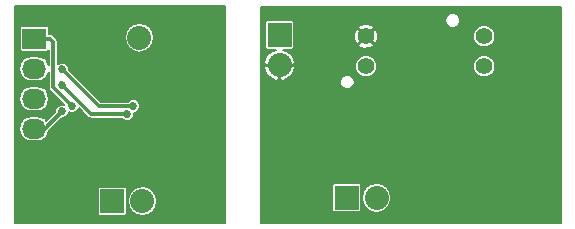
<source format=gbl>
G04 #@! TF.FileFunction,Copper,L2,Bot,Signal*
%FSLAX46Y46*%
G04 Gerber Fmt 4.6, Leading zero omitted, Abs format (unit mm)*
G04 Created by KiCad (PCBNEW 0.201505220134+5676~23~ubuntu14.04.1-product) date Thu 25 Jun 2015 11:34:38 PM PDT*
%MOMM*%
G01*
G04 APERTURE LIST*
%ADD10C,0.100000*%
%ADD11R,2.032000X2.032000*%
%ADD12O,2.032000X2.032000*%
%ADD13C,1.400000*%
%ADD14R,2.032000X1.727200*%
%ADD15O,2.032000X1.727200*%
%ADD16C,0.685800*%
%ADD17C,0.304800*%
%ADD18C,0.152400*%
G04 APERTURE END LIST*
D10*
D11*
X151942800Y-86258400D03*
D12*
X151942800Y-88798400D03*
D11*
X157632400Y-100025200D03*
D12*
X160172400Y-100025200D03*
D13*
X159274500Y-88900000D03*
X159274500Y-86360000D03*
X169274500Y-88900000D03*
X169274500Y-86360000D03*
D11*
X137541000Y-86461600D03*
D12*
X140081000Y-86461600D03*
D14*
X131191000Y-86550500D03*
D15*
X131191000Y-89090500D03*
X131191000Y-91630500D03*
X131191000Y-94170500D03*
D11*
X137795000Y-100330000D03*
D12*
X140335000Y-100330000D03*
D16*
X163931600Y-91541600D03*
X171602400Y-96672400D03*
X152806400Y-92049600D03*
X135191500Y-99314000D03*
X134429500Y-98298000D03*
X133794500Y-97282000D03*
X132905500Y-98298000D03*
X133731000Y-99949000D03*
X134175500Y-101600000D03*
X132715000Y-101790500D03*
X132461000Y-100457000D03*
X131889500Y-99250500D03*
X131445000Y-101409500D03*
X130429000Y-100393500D03*
X130683000Y-98425000D03*
X131826000Y-97663000D03*
X132461000Y-96329500D03*
X131064000Y-96202500D03*
X130556000Y-97218500D03*
X142621000Y-88265000D03*
X142557500Y-86614000D03*
X143891000Y-85661500D03*
X145923000Y-85725000D03*
X146748500Y-87249000D03*
X144653000Y-87058500D03*
X144272000Y-88265000D03*
X146177000Y-88709500D03*
X146177000Y-90360500D03*
X146177000Y-91757500D03*
X144526000Y-91313000D03*
X143192500Y-92202000D03*
X144653000Y-92773500D03*
X144526000Y-94107000D03*
X144716500Y-95504000D03*
X146367500Y-96075500D03*
X146367500Y-97599500D03*
X144970500Y-97218500D03*
X143510000Y-96393000D03*
X142684500Y-97663000D03*
X142875000Y-99250500D03*
X144399000Y-98679000D03*
X146304000Y-99441000D03*
X146621500Y-100647500D03*
X145859500Y-101727000D03*
X145161000Y-100520500D03*
X144018000Y-100266500D03*
X142811500Y-100901500D03*
X144272000Y-101790500D03*
X135445500Y-101727000D03*
X135763000Y-100393500D03*
X135509000Y-86042500D03*
X134175500Y-85979000D03*
X133540500Y-87503000D03*
X134810500Y-87312500D03*
X135636000Y-88709500D03*
X134366000Y-88582500D03*
X135636000Y-89979500D03*
X134366000Y-92265500D03*
X133540500Y-89154000D03*
X139573000Y-92265500D03*
X133540500Y-90487500D03*
X139065000Y-92964000D03*
X133540500Y-92710000D03*
D17*
X135763000Y-99885500D02*
X135191500Y-99314000D01*
X134429500Y-98298000D02*
X133794500Y-97663000D01*
X133794500Y-97663000D02*
X133794500Y-97282000D01*
X132905500Y-98298000D02*
X133731000Y-99123500D01*
X133731000Y-99123500D02*
X133731000Y-99949000D01*
X134175500Y-101600000D02*
X133985000Y-101790500D01*
X133985000Y-101790500D02*
X132715000Y-101790500D01*
X132461000Y-100457000D02*
X131889500Y-99885500D01*
X131889500Y-99885500D02*
X131889500Y-99250500D01*
X131445000Y-101409500D02*
X130429000Y-100393500D01*
X130683000Y-98425000D02*
X131445000Y-97663000D01*
X131445000Y-97663000D02*
X131826000Y-97663000D01*
X132461000Y-96329500D02*
X132334000Y-96202500D01*
X132334000Y-96202500D02*
X131064000Y-96202500D01*
X142621000Y-88265000D02*
X142557500Y-88201500D01*
X142557500Y-88201500D02*
X142557500Y-86614000D01*
X143891000Y-85661500D02*
X143954500Y-85725000D01*
X143954500Y-85725000D02*
X145923000Y-85725000D01*
X146748500Y-87249000D02*
X146558000Y-87058500D01*
X146558000Y-87058500D02*
X144653000Y-87058500D01*
X144272000Y-88265000D02*
X144716500Y-88709500D01*
X144716500Y-88709500D02*
X146177000Y-88709500D01*
X146177000Y-90360500D02*
X146177000Y-91757500D01*
X144526000Y-91313000D02*
X143637000Y-92202000D01*
X143637000Y-92202000D02*
X143192500Y-92202000D01*
X144653000Y-92773500D02*
X144526000Y-92900500D01*
X144526000Y-92900500D02*
X144526000Y-94107000D01*
X144716500Y-95504000D02*
X145288000Y-96075500D01*
X145288000Y-96075500D02*
X146367500Y-96075500D01*
X146367500Y-97599500D02*
X145986500Y-97218500D01*
X145986500Y-97218500D02*
X144970500Y-97218500D01*
X143510000Y-96393000D02*
X142684500Y-97218500D01*
X142684500Y-97218500D02*
X142684500Y-97663000D01*
X142875000Y-99250500D02*
X143446500Y-98679000D01*
X143446500Y-98679000D02*
X144399000Y-98679000D01*
X146304000Y-99441000D02*
X146621500Y-99758500D01*
X146621500Y-99758500D02*
X146621500Y-100647500D01*
X145859500Y-101727000D02*
X145161000Y-101028500D01*
X145161000Y-101028500D02*
X145161000Y-100520500D01*
X144018000Y-100266500D02*
X143383000Y-100901500D01*
X143383000Y-100901500D02*
X142811500Y-100901500D01*
X144272000Y-101790500D02*
X144208500Y-101727000D01*
X144208500Y-101727000D02*
X135445500Y-101727000D01*
X135763000Y-100393500D02*
X135763000Y-99885500D01*
X135928100Y-86461600D02*
X135509000Y-86042500D01*
X134175500Y-85979000D02*
X133540500Y-86614000D01*
X133540500Y-86614000D02*
X133540500Y-87503000D01*
X134810500Y-87312500D02*
X135636000Y-88138000D01*
X135636000Y-88138000D02*
X135636000Y-88709500D01*
X134366000Y-88582500D02*
X135636000Y-89852500D01*
X135636000Y-89852500D02*
X135636000Y-89979500D01*
X137541000Y-86461600D02*
X135928100Y-86461600D01*
X132524500Y-86550500D02*
X132778500Y-86804500D01*
X132778500Y-86804500D02*
X132778500Y-90678000D01*
X132778500Y-90678000D02*
X134366000Y-92265500D01*
X131191000Y-86550500D02*
X132524500Y-86550500D01*
X133540500Y-89154000D02*
X136652000Y-92265500D01*
X136652000Y-92265500D02*
X139573000Y-92265500D01*
X133540500Y-90487500D02*
X136017000Y-92964000D01*
X136017000Y-92964000D02*
X139065000Y-92964000D01*
X132080000Y-94170500D02*
X131191000Y-94170500D01*
X133540500Y-92710000D02*
X132080000Y-94170500D01*
D18*
G36*
X175743400Y-102133400D02*
X170203260Y-102133400D01*
X170203260Y-88716100D01*
X170203260Y-86176100D01*
X170062188Y-85834678D01*
X169801196Y-85573231D01*
X169460020Y-85431562D01*
X169090600Y-85431240D01*
X168749178Y-85572312D01*
X168487731Y-85833304D01*
X168346062Y-86174480D01*
X168345740Y-86543900D01*
X168486812Y-86885322D01*
X168747804Y-87146769D01*
X169088980Y-87288438D01*
X169458400Y-87288760D01*
X169799822Y-87147688D01*
X170061269Y-86886696D01*
X170202938Y-86545520D01*
X170203260Y-86176100D01*
X170203260Y-88716100D01*
X170062188Y-88374678D01*
X169801196Y-88113231D01*
X169460020Y-87971562D01*
X169090600Y-87971240D01*
X168749178Y-88112312D01*
X168487731Y-88373304D01*
X168346062Y-88714480D01*
X168345740Y-89083900D01*
X168486812Y-89425322D01*
X168747804Y-89686769D01*
X169088980Y-89828438D01*
X169458400Y-89828760D01*
X169799822Y-89687688D01*
X170061269Y-89426696D01*
X170202938Y-89085520D01*
X170203260Y-88716100D01*
X170203260Y-102133400D01*
X167253209Y-102133400D01*
X167253209Y-84905512D01*
X167157712Y-84674392D01*
X166981038Y-84497410D01*
X166750085Y-84401509D01*
X166500012Y-84401291D01*
X166268892Y-84496788D01*
X166091910Y-84673462D01*
X165996009Y-84904415D01*
X165995791Y-85154488D01*
X166091288Y-85385608D01*
X166267962Y-85562590D01*
X166498915Y-85658491D01*
X166748988Y-85658709D01*
X166980108Y-85563212D01*
X167157090Y-85386538D01*
X167252991Y-85155585D01*
X167253209Y-84905512D01*
X167253209Y-102133400D01*
X161417000Y-102133400D01*
X161417000Y-100049583D01*
X161417000Y-100000817D01*
X161322260Y-99524529D01*
X161052465Y-99120752D01*
X160648688Y-98850957D01*
X160306524Y-98782896D01*
X160306524Y-86555524D01*
X160302790Y-86145702D01*
X160153142Y-85784421D01*
X159993839Y-85712503D01*
X159921997Y-85784345D01*
X159921997Y-85640661D01*
X159850079Y-85481358D01*
X159470024Y-85327976D01*
X159060202Y-85331710D01*
X158698921Y-85481358D01*
X158627003Y-85640661D01*
X159274500Y-86288158D01*
X159921997Y-85640661D01*
X159921997Y-85784345D01*
X159346342Y-86360000D01*
X159993839Y-87007497D01*
X160153142Y-86935579D01*
X160306524Y-86555524D01*
X160306524Y-98782896D01*
X160203260Y-98762355D01*
X160203260Y-88716100D01*
X160062188Y-88374678D01*
X159921997Y-88234242D01*
X159921997Y-87079339D01*
X159274500Y-86431842D01*
X159202658Y-86503684D01*
X159202658Y-86360000D01*
X158555161Y-85712503D01*
X158395858Y-85784421D01*
X158242476Y-86164476D01*
X158246210Y-86574298D01*
X158395858Y-86935579D01*
X158555161Y-87007497D01*
X159202658Y-86360000D01*
X159202658Y-86503684D01*
X158627003Y-87079339D01*
X158698921Y-87238642D01*
X159078976Y-87392024D01*
X159488798Y-87388290D01*
X159850079Y-87238642D01*
X159921997Y-87079339D01*
X159921997Y-88234242D01*
X159801196Y-88113231D01*
X159460020Y-87971562D01*
X159090600Y-87971240D01*
X158749178Y-88112312D01*
X158487731Y-88373304D01*
X158346062Y-88714480D01*
X158345740Y-89083900D01*
X158486812Y-89425322D01*
X158747804Y-89686769D01*
X159088980Y-89828438D01*
X159458400Y-89828760D01*
X159799822Y-89687688D01*
X160061269Y-89426696D01*
X160202938Y-89085520D01*
X160203260Y-88716100D01*
X160203260Y-98762355D01*
X160172400Y-98756217D01*
X159696112Y-98850957D01*
X159292335Y-99120752D01*
X159022540Y-99524529D01*
X158927800Y-100000817D01*
X158927800Y-100049583D01*
X159022540Y-100525871D01*
X159292335Y-100929648D01*
X159696112Y-101199443D01*
X160172400Y-101294183D01*
X160648688Y-101199443D01*
X161052465Y-100929648D01*
X161322260Y-100525871D01*
X161417000Y-100049583D01*
X161417000Y-102133400D01*
X158881479Y-102133400D01*
X158881479Y-101041200D01*
X158881479Y-99009200D01*
X158864567Y-98922036D01*
X158814242Y-98845426D01*
X158738271Y-98794144D01*
X158648400Y-98776121D01*
X158303209Y-98776121D01*
X158303209Y-90105512D01*
X158207712Y-89874392D01*
X158031038Y-89697410D01*
X157800085Y-89601509D01*
X157550012Y-89601291D01*
X157318892Y-89696788D01*
X157141910Y-89873462D01*
X157046009Y-90104415D01*
X157045791Y-90354488D01*
X157141288Y-90585608D01*
X157317962Y-90762590D01*
X157548915Y-90858491D01*
X157798988Y-90858709D01*
X158030108Y-90763212D01*
X158207090Y-90586538D01*
X158302991Y-90355585D01*
X158303209Y-90105512D01*
X158303209Y-98776121D01*
X156616400Y-98776121D01*
X156529236Y-98793033D01*
X156452626Y-98843358D01*
X156401344Y-98919329D01*
X156383321Y-99009200D01*
X156383321Y-101041200D01*
X156400233Y-101128364D01*
X156450558Y-101204974D01*
X156526529Y-101256256D01*
X156616400Y-101274279D01*
X158648400Y-101274279D01*
X158735564Y-101257367D01*
X158812174Y-101207042D01*
X158863456Y-101131071D01*
X158881479Y-101041200D01*
X158881479Y-102133400D01*
X153263532Y-102133400D01*
X153263532Y-89059017D01*
X153263532Y-88537783D01*
X153262734Y-88533755D01*
X153060985Y-88048783D01*
X152689002Y-87677933D01*
X152275708Y-87507479D01*
X152958800Y-87507479D01*
X153045964Y-87490567D01*
X153122574Y-87440242D01*
X153173856Y-87364271D01*
X153191879Y-87274400D01*
X153191879Y-85242400D01*
X153174967Y-85155236D01*
X153124642Y-85078626D01*
X153048671Y-85027344D01*
X152958800Y-85009321D01*
X150926800Y-85009321D01*
X150839636Y-85026233D01*
X150763026Y-85076558D01*
X150711744Y-85152529D01*
X150693721Y-85242400D01*
X150693721Y-87274400D01*
X150710633Y-87361564D01*
X150760958Y-87438174D01*
X150836929Y-87489456D01*
X150926800Y-87507479D01*
X151609891Y-87507479D01*
X151196598Y-87677933D01*
X150824615Y-88048783D01*
X150622866Y-88533755D01*
X150622068Y-88537783D01*
X150680172Y-88747600D01*
X151892000Y-88747600D01*
X151892000Y-88727600D01*
X151993600Y-88727600D01*
X151993600Y-88747600D01*
X153205428Y-88747600D01*
X153263532Y-88537783D01*
X153263532Y-89059017D01*
X153205428Y-88849200D01*
X151993600Y-88849200D01*
X151993600Y-90061095D01*
X152203417Y-90119136D01*
X152689002Y-89918867D01*
X153060985Y-89548017D01*
X153262734Y-89063045D01*
X153263532Y-89059017D01*
X153263532Y-102133400D01*
X151892000Y-102133400D01*
X151892000Y-90061095D01*
X151892000Y-88849200D01*
X150680172Y-88849200D01*
X150622068Y-89059017D01*
X150622866Y-89063045D01*
X150824615Y-89548017D01*
X151196598Y-89918867D01*
X151682183Y-90119136D01*
X151892000Y-90061095D01*
X151892000Y-102133400D01*
X150342600Y-102133400D01*
X150342600Y-83844600D01*
X175743400Y-83844600D01*
X175743400Y-102133400D01*
X175743400Y-102133400D01*
G37*
X175743400Y-102133400D02*
X170203260Y-102133400D01*
X170203260Y-88716100D01*
X170203260Y-86176100D01*
X170062188Y-85834678D01*
X169801196Y-85573231D01*
X169460020Y-85431562D01*
X169090600Y-85431240D01*
X168749178Y-85572312D01*
X168487731Y-85833304D01*
X168346062Y-86174480D01*
X168345740Y-86543900D01*
X168486812Y-86885322D01*
X168747804Y-87146769D01*
X169088980Y-87288438D01*
X169458400Y-87288760D01*
X169799822Y-87147688D01*
X170061269Y-86886696D01*
X170202938Y-86545520D01*
X170203260Y-86176100D01*
X170203260Y-88716100D01*
X170062188Y-88374678D01*
X169801196Y-88113231D01*
X169460020Y-87971562D01*
X169090600Y-87971240D01*
X168749178Y-88112312D01*
X168487731Y-88373304D01*
X168346062Y-88714480D01*
X168345740Y-89083900D01*
X168486812Y-89425322D01*
X168747804Y-89686769D01*
X169088980Y-89828438D01*
X169458400Y-89828760D01*
X169799822Y-89687688D01*
X170061269Y-89426696D01*
X170202938Y-89085520D01*
X170203260Y-88716100D01*
X170203260Y-102133400D01*
X167253209Y-102133400D01*
X167253209Y-84905512D01*
X167157712Y-84674392D01*
X166981038Y-84497410D01*
X166750085Y-84401509D01*
X166500012Y-84401291D01*
X166268892Y-84496788D01*
X166091910Y-84673462D01*
X165996009Y-84904415D01*
X165995791Y-85154488D01*
X166091288Y-85385608D01*
X166267962Y-85562590D01*
X166498915Y-85658491D01*
X166748988Y-85658709D01*
X166980108Y-85563212D01*
X167157090Y-85386538D01*
X167252991Y-85155585D01*
X167253209Y-84905512D01*
X167253209Y-102133400D01*
X161417000Y-102133400D01*
X161417000Y-100049583D01*
X161417000Y-100000817D01*
X161322260Y-99524529D01*
X161052465Y-99120752D01*
X160648688Y-98850957D01*
X160306524Y-98782896D01*
X160306524Y-86555524D01*
X160302790Y-86145702D01*
X160153142Y-85784421D01*
X159993839Y-85712503D01*
X159921997Y-85784345D01*
X159921997Y-85640661D01*
X159850079Y-85481358D01*
X159470024Y-85327976D01*
X159060202Y-85331710D01*
X158698921Y-85481358D01*
X158627003Y-85640661D01*
X159274500Y-86288158D01*
X159921997Y-85640661D01*
X159921997Y-85784345D01*
X159346342Y-86360000D01*
X159993839Y-87007497D01*
X160153142Y-86935579D01*
X160306524Y-86555524D01*
X160306524Y-98782896D01*
X160203260Y-98762355D01*
X160203260Y-88716100D01*
X160062188Y-88374678D01*
X159921997Y-88234242D01*
X159921997Y-87079339D01*
X159274500Y-86431842D01*
X159202658Y-86503684D01*
X159202658Y-86360000D01*
X158555161Y-85712503D01*
X158395858Y-85784421D01*
X158242476Y-86164476D01*
X158246210Y-86574298D01*
X158395858Y-86935579D01*
X158555161Y-87007497D01*
X159202658Y-86360000D01*
X159202658Y-86503684D01*
X158627003Y-87079339D01*
X158698921Y-87238642D01*
X159078976Y-87392024D01*
X159488798Y-87388290D01*
X159850079Y-87238642D01*
X159921997Y-87079339D01*
X159921997Y-88234242D01*
X159801196Y-88113231D01*
X159460020Y-87971562D01*
X159090600Y-87971240D01*
X158749178Y-88112312D01*
X158487731Y-88373304D01*
X158346062Y-88714480D01*
X158345740Y-89083900D01*
X158486812Y-89425322D01*
X158747804Y-89686769D01*
X159088980Y-89828438D01*
X159458400Y-89828760D01*
X159799822Y-89687688D01*
X160061269Y-89426696D01*
X160202938Y-89085520D01*
X160203260Y-88716100D01*
X160203260Y-98762355D01*
X160172400Y-98756217D01*
X159696112Y-98850957D01*
X159292335Y-99120752D01*
X159022540Y-99524529D01*
X158927800Y-100000817D01*
X158927800Y-100049583D01*
X159022540Y-100525871D01*
X159292335Y-100929648D01*
X159696112Y-101199443D01*
X160172400Y-101294183D01*
X160648688Y-101199443D01*
X161052465Y-100929648D01*
X161322260Y-100525871D01*
X161417000Y-100049583D01*
X161417000Y-102133400D01*
X158881479Y-102133400D01*
X158881479Y-101041200D01*
X158881479Y-99009200D01*
X158864567Y-98922036D01*
X158814242Y-98845426D01*
X158738271Y-98794144D01*
X158648400Y-98776121D01*
X158303209Y-98776121D01*
X158303209Y-90105512D01*
X158207712Y-89874392D01*
X158031038Y-89697410D01*
X157800085Y-89601509D01*
X157550012Y-89601291D01*
X157318892Y-89696788D01*
X157141910Y-89873462D01*
X157046009Y-90104415D01*
X157045791Y-90354488D01*
X157141288Y-90585608D01*
X157317962Y-90762590D01*
X157548915Y-90858491D01*
X157798988Y-90858709D01*
X158030108Y-90763212D01*
X158207090Y-90586538D01*
X158302991Y-90355585D01*
X158303209Y-90105512D01*
X158303209Y-98776121D01*
X156616400Y-98776121D01*
X156529236Y-98793033D01*
X156452626Y-98843358D01*
X156401344Y-98919329D01*
X156383321Y-99009200D01*
X156383321Y-101041200D01*
X156400233Y-101128364D01*
X156450558Y-101204974D01*
X156526529Y-101256256D01*
X156616400Y-101274279D01*
X158648400Y-101274279D01*
X158735564Y-101257367D01*
X158812174Y-101207042D01*
X158863456Y-101131071D01*
X158881479Y-101041200D01*
X158881479Y-102133400D01*
X153263532Y-102133400D01*
X153263532Y-89059017D01*
X153263532Y-88537783D01*
X153262734Y-88533755D01*
X153060985Y-88048783D01*
X152689002Y-87677933D01*
X152275708Y-87507479D01*
X152958800Y-87507479D01*
X153045964Y-87490567D01*
X153122574Y-87440242D01*
X153173856Y-87364271D01*
X153191879Y-87274400D01*
X153191879Y-85242400D01*
X153174967Y-85155236D01*
X153124642Y-85078626D01*
X153048671Y-85027344D01*
X152958800Y-85009321D01*
X150926800Y-85009321D01*
X150839636Y-85026233D01*
X150763026Y-85076558D01*
X150711744Y-85152529D01*
X150693721Y-85242400D01*
X150693721Y-87274400D01*
X150710633Y-87361564D01*
X150760958Y-87438174D01*
X150836929Y-87489456D01*
X150926800Y-87507479D01*
X151609891Y-87507479D01*
X151196598Y-87677933D01*
X150824615Y-88048783D01*
X150622866Y-88533755D01*
X150622068Y-88537783D01*
X150680172Y-88747600D01*
X151892000Y-88747600D01*
X151892000Y-88727600D01*
X151993600Y-88727600D01*
X151993600Y-88747600D01*
X153205428Y-88747600D01*
X153263532Y-88537783D01*
X153263532Y-89059017D01*
X153205428Y-88849200D01*
X151993600Y-88849200D01*
X151993600Y-90061095D01*
X152203417Y-90119136D01*
X152689002Y-89918867D01*
X153060985Y-89548017D01*
X153262734Y-89063045D01*
X153263532Y-89059017D01*
X153263532Y-102133400D01*
X151892000Y-102133400D01*
X151892000Y-90061095D01*
X151892000Y-88849200D01*
X150680172Y-88849200D01*
X150622068Y-89059017D01*
X150622866Y-89063045D01*
X150824615Y-89548017D01*
X151196598Y-89918867D01*
X151682183Y-90119136D01*
X151892000Y-90061095D01*
X151892000Y-102133400D01*
X150342600Y-102133400D01*
X150342600Y-83844600D01*
X175743400Y-83844600D01*
X175743400Y-102133400D01*
G36*
X147345400Y-102133400D02*
X141579600Y-102133400D01*
X141579600Y-100354383D01*
X141579600Y-100305617D01*
X141484860Y-99829329D01*
X141325600Y-99590979D01*
X141325600Y-86485983D01*
X141325600Y-86437217D01*
X141230860Y-85960929D01*
X140961065Y-85557152D01*
X140557288Y-85287357D01*
X140081000Y-85192617D01*
X139604712Y-85287357D01*
X139200935Y-85557152D01*
X138931140Y-85960929D01*
X138836400Y-86437217D01*
X138836400Y-86485983D01*
X138931140Y-86962271D01*
X139200935Y-87366048D01*
X139604712Y-87635843D01*
X140081000Y-87730583D01*
X140557288Y-87635843D01*
X140961065Y-87366048D01*
X141230860Y-86962271D01*
X141325600Y-86485983D01*
X141325600Y-99590979D01*
X141215065Y-99425552D01*
X140811288Y-99155757D01*
X140335000Y-99061017D01*
X140144599Y-99098890D01*
X140144599Y-92152320D01*
X140057776Y-91942194D01*
X139897151Y-91781289D01*
X139687177Y-91694100D01*
X139459820Y-91693901D01*
X139249694Y-91780724D01*
X139145737Y-91884500D01*
X136809815Y-91884500D01*
X134111971Y-89186655D01*
X134112099Y-89040820D01*
X134025276Y-88830694D01*
X133864651Y-88669789D01*
X133654677Y-88582600D01*
X133427320Y-88582401D01*
X133217194Y-88669224D01*
X133159500Y-88726817D01*
X133159500Y-86804500D01*
X133130498Y-86658698D01*
X133130498Y-86658697D01*
X133047908Y-86535092D01*
X132793908Y-86281092D01*
X132670303Y-86198502D01*
X132524500Y-86169500D01*
X132440079Y-86169500D01*
X132440079Y-85686900D01*
X132423167Y-85599736D01*
X132372842Y-85523126D01*
X132296871Y-85471844D01*
X132207000Y-85453821D01*
X130175000Y-85453821D01*
X130087836Y-85470733D01*
X130011226Y-85521058D01*
X129959944Y-85597029D01*
X129941921Y-85686900D01*
X129941921Y-87414100D01*
X129958833Y-87501264D01*
X130009158Y-87577874D01*
X130085129Y-87629156D01*
X130175000Y-87647179D01*
X132207000Y-87647179D01*
X132294164Y-87630267D01*
X132370774Y-87579942D01*
X132397500Y-87540349D01*
X132397500Y-88776377D01*
X132376844Y-88672533D01*
X132140085Y-88318198D01*
X131785750Y-88081439D01*
X131367783Y-87998300D01*
X131014217Y-87998300D01*
X130596250Y-88081439D01*
X130241915Y-88318198D01*
X130005156Y-88672533D01*
X129922017Y-89090500D01*
X130005156Y-89508467D01*
X130241915Y-89862802D01*
X130596250Y-90099561D01*
X131014217Y-90182700D01*
X131367783Y-90182700D01*
X131785750Y-90099561D01*
X132140085Y-89862802D01*
X132376844Y-89508467D01*
X132397500Y-89404622D01*
X132397500Y-90678000D01*
X132426502Y-90823803D01*
X132509092Y-90947408D01*
X133732669Y-92170985D01*
X133654677Y-92138600D01*
X133427320Y-92138401D01*
X133217194Y-92225224D01*
X133056289Y-92385849D01*
X132969100Y-92595823D01*
X132968971Y-92742712D01*
X132459983Y-93251700D01*
X132459983Y-91630500D01*
X132376844Y-91212533D01*
X132140085Y-90858198D01*
X131785750Y-90621439D01*
X131367783Y-90538300D01*
X131014217Y-90538300D01*
X130596250Y-90621439D01*
X130241915Y-90858198D01*
X130005156Y-91212533D01*
X129922017Y-91630500D01*
X130005156Y-92048467D01*
X130241915Y-92402802D01*
X130596250Y-92639561D01*
X131014217Y-92722700D01*
X131367783Y-92722700D01*
X131785750Y-92639561D01*
X132140085Y-92402802D01*
X132376844Y-92048467D01*
X132459983Y-91630500D01*
X132459983Y-93251700D01*
X132209539Y-93502144D01*
X132140085Y-93398198D01*
X131785750Y-93161439D01*
X131367783Y-93078300D01*
X131014217Y-93078300D01*
X130596250Y-93161439D01*
X130241915Y-93398198D01*
X130005156Y-93752533D01*
X129922017Y-94170500D01*
X130005156Y-94588467D01*
X130241915Y-94942802D01*
X130596250Y-95179561D01*
X131014217Y-95262700D01*
X131367783Y-95262700D01*
X131785750Y-95179561D01*
X132140085Y-94942802D01*
X132376844Y-94588467D01*
X132420544Y-94368771D01*
X133507844Y-93281471D01*
X133653680Y-93281599D01*
X133863806Y-93194776D01*
X134024711Y-93034151D01*
X134111900Y-92824177D01*
X134111939Y-92778815D01*
X134251823Y-92836900D01*
X134479180Y-92837099D01*
X134689306Y-92750276D01*
X134850211Y-92589651D01*
X134924625Y-92410441D01*
X135747592Y-93233408D01*
X135871197Y-93315998D01*
X135871198Y-93315998D01*
X136017000Y-93345001D01*
X136017000Y-93345000D01*
X136017005Y-93345000D01*
X138637817Y-93345000D01*
X138740849Y-93448211D01*
X138950823Y-93535400D01*
X139178180Y-93535599D01*
X139388306Y-93448776D01*
X139549211Y-93288151D01*
X139636400Y-93078177D01*
X139636599Y-92850820D01*
X139630909Y-92837050D01*
X139686180Y-92837099D01*
X139896306Y-92750276D01*
X140057211Y-92589651D01*
X140144400Y-92379677D01*
X140144599Y-92152320D01*
X140144599Y-99098890D01*
X139858712Y-99155757D01*
X139454935Y-99425552D01*
X139185140Y-99829329D01*
X139090400Y-100305617D01*
X139090400Y-100354383D01*
X139185140Y-100830671D01*
X139454935Y-101234448D01*
X139858712Y-101504243D01*
X140335000Y-101598983D01*
X140811288Y-101504243D01*
X141215065Y-101234448D01*
X141484860Y-100830671D01*
X141579600Y-100354383D01*
X141579600Y-102133400D01*
X139044079Y-102133400D01*
X139044079Y-101346000D01*
X139044079Y-99314000D01*
X139027167Y-99226836D01*
X138976842Y-99150226D01*
X138900871Y-99098944D01*
X138811000Y-99080921D01*
X136779000Y-99080921D01*
X136691836Y-99097833D01*
X136615226Y-99148158D01*
X136563944Y-99224129D01*
X136545921Y-99314000D01*
X136545921Y-101346000D01*
X136562833Y-101433164D01*
X136613158Y-101509774D01*
X136689129Y-101561056D01*
X136779000Y-101579079D01*
X138811000Y-101579079D01*
X138898164Y-101562167D01*
X138974774Y-101511842D01*
X139026056Y-101435871D01*
X139044079Y-101346000D01*
X139044079Y-102133400D01*
X129514600Y-102133400D01*
X129514600Y-83794600D01*
X147345400Y-83794600D01*
X147345400Y-102133400D01*
X147345400Y-102133400D01*
G37*
X147345400Y-102133400D02*
X141579600Y-102133400D01*
X141579600Y-100354383D01*
X141579600Y-100305617D01*
X141484860Y-99829329D01*
X141325600Y-99590979D01*
X141325600Y-86485983D01*
X141325600Y-86437217D01*
X141230860Y-85960929D01*
X140961065Y-85557152D01*
X140557288Y-85287357D01*
X140081000Y-85192617D01*
X139604712Y-85287357D01*
X139200935Y-85557152D01*
X138931140Y-85960929D01*
X138836400Y-86437217D01*
X138836400Y-86485983D01*
X138931140Y-86962271D01*
X139200935Y-87366048D01*
X139604712Y-87635843D01*
X140081000Y-87730583D01*
X140557288Y-87635843D01*
X140961065Y-87366048D01*
X141230860Y-86962271D01*
X141325600Y-86485983D01*
X141325600Y-99590979D01*
X141215065Y-99425552D01*
X140811288Y-99155757D01*
X140335000Y-99061017D01*
X140144599Y-99098890D01*
X140144599Y-92152320D01*
X140057776Y-91942194D01*
X139897151Y-91781289D01*
X139687177Y-91694100D01*
X139459820Y-91693901D01*
X139249694Y-91780724D01*
X139145737Y-91884500D01*
X136809815Y-91884500D01*
X134111971Y-89186655D01*
X134112099Y-89040820D01*
X134025276Y-88830694D01*
X133864651Y-88669789D01*
X133654677Y-88582600D01*
X133427320Y-88582401D01*
X133217194Y-88669224D01*
X133159500Y-88726817D01*
X133159500Y-86804500D01*
X133130498Y-86658698D01*
X133130498Y-86658697D01*
X133047908Y-86535092D01*
X132793908Y-86281092D01*
X132670303Y-86198502D01*
X132524500Y-86169500D01*
X132440079Y-86169500D01*
X132440079Y-85686900D01*
X132423167Y-85599736D01*
X132372842Y-85523126D01*
X132296871Y-85471844D01*
X132207000Y-85453821D01*
X130175000Y-85453821D01*
X130087836Y-85470733D01*
X130011226Y-85521058D01*
X129959944Y-85597029D01*
X129941921Y-85686900D01*
X129941921Y-87414100D01*
X129958833Y-87501264D01*
X130009158Y-87577874D01*
X130085129Y-87629156D01*
X130175000Y-87647179D01*
X132207000Y-87647179D01*
X132294164Y-87630267D01*
X132370774Y-87579942D01*
X132397500Y-87540349D01*
X132397500Y-88776377D01*
X132376844Y-88672533D01*
X132140085Y-88318198D01*
X131785750Y-88081439D01*
X131367783Y-87998300D01*
X131014217Y-87998300D01*
X130596250Y-88081439D01*
X130241915Y-88318198D01*
X130005156Y-88672533D01*
X129922017Y-89090500D01*
X130005156Y-89508467D01*
X130241915Y-89862802D01*
X130596250Y-90099561D01*
X131014217Y-90182700D01*
X131367783Y-90182700D01*
X131785750Y-90099561D01*
X132140085Y-89862802D01*
X132376844Y-89508467D01*
X132397500Y-89404622D01*
X132397500Y-90678000D01*
X132426502Y-90823803D01*
X132509092Y-90947408D01*
X133732669Y-92170985D01*
X133654677Y-92138600D01*
X133427320Y-92138401D01*
X133217194Y-92225224D01*
X133056289Y-92385849D01*
X132969100Y-92595823D01*
X132968971Y-92742712D01*
X132459983Y-93251700D01*
X132459983Y-91630500D01*
X132376844Y-91212533D01*
X132140085Y-90858198D01*
X131785750Y-90621439D01*
X131367783Y-90538300D01*
X131014217Y-90538300D01*
X130596250Y-90621439D01*
X130241915Y-90858198D01*
X130005156Y-91212533D01*
X129922017Y-91630500D01*
X130005156Y-92048467D01*
X130241915Y-92402802D01*
X130596250Y-92639561D01*
X131014217Y-92722700D01*
X131367783Y-92722700D01*
X131785750Y-92639561D01*
X132140085Y-92402802D01*
X132376844Y-92048467D01*
X132459983Y-91630500D01*
X132459983Y-93251700D01*
X132209539Y-93502144D01*
X132140085Y-93398198D01*
X131785750Y-93161439D01*
X131367783Y-93078300D01*
X131014217Y-93078300D01*
X130596250Y-93161439D01*
X130241915Y-93398198D01*
X130005156Y-93752533D01*
X129922017Y-94170500D01*
X130005156Y-94588467D01*
X130241915Y-94942802D01*
X130596250Y-95179561D01*
X131014217Y-95262700D01*
X131367783Y-95262700D01*
X131785750Y-95179561D01*
X132140085Y-94942802D01*
X132376844Y-94588467D01*
X132420544Y-94368771D01*
X133507844Y-93281471D01*
X133653680Y-93281599D01*
X133863806Y-93194776D01*
X134024711Y-93034151D01*
X134111900Y-92824177D01*
X134111939Y-92778815D01*
X134251823Y-92836900D01*
X134479180Y-92837099D01*
X134689306Y-92750276D01*
X134850211Y-92589651D01*
X134924625Y-92410441D01*
X135747592Y-93233408D01*
X135871197Y-93315998D01*
X135871198Y-93315998D01*
X136017000Y-93345001D01*
X136017000Y-93345000D01*
X136017005Y-93345000D01*
X138637817Y-93345000D01*
X138740849Y-93448211D01*
X138950823Y-93535400D01*
X139178180Y-93535599D01*
X139388306Y-93448776D01*
X139549211Y-93288151D01*
X139636400Y-93078177D01*
X139636599Y-92850820D01*
X139630909Y-92837050D01*
X139686180Y-92837099D01*
X139896306Y-92750276D01*
X140057211Y-92589651D01*
X140144400Y-92379677D01*
X140144599Y-92152320D01*
X140144599Y-99098890D01*
X139858712Y-99155757D01*
X139454935Y-99425552D01*
X139185140Y-99829329D01*
X139090400Y-100305617D01*
X139090400Y-100354383D01*
X139185140Y-100830671D01*
X139454935Y-101234448D01*
X139858712Y-101504243D01*
X140335000Y-101598983D01*
X140811288Y-101504243D01*
X141215065Y-101234448D01*
X141484860Y-100830671D01*
X141579600Y-100354383D01*
X141579600Y-102133400D01*
X139044079Y-102133400D01*
X139044079Y-101346000D01*
X139044079Y-99314000D01*
X139027167Y-99226836D01*
X138976842Y-99150226D01*
X138900871Y-99098944D01*
X138811000Y-99080921D01*
X136779000Y-99080921D01*
X136691836Y-99097833D01*
X136615226Y-99148158D01*
X136563944Y-99224129D01*
X136545921Y-99314000D01*
X136545921Y-101346000D01*
X136562833Y-101433164D01*
X136613158Y-101509774D01*
X136689129Y-101561056D01*
X136779000Y-101579079D01*
X138811000Y-101579079D01*
X138898164Y-101562167D01*
X138974774Y-101511842D01*
X139026056Y-101435871D01*
X139044079Y-101346000D01*
X139044079Y-102133400D01*
X129514600Y-102133400D01*
X129514600Y-83794600D01*
X147345400Y-83794600D01*
X147345400Y-102133400D01*
M02*

</source>
